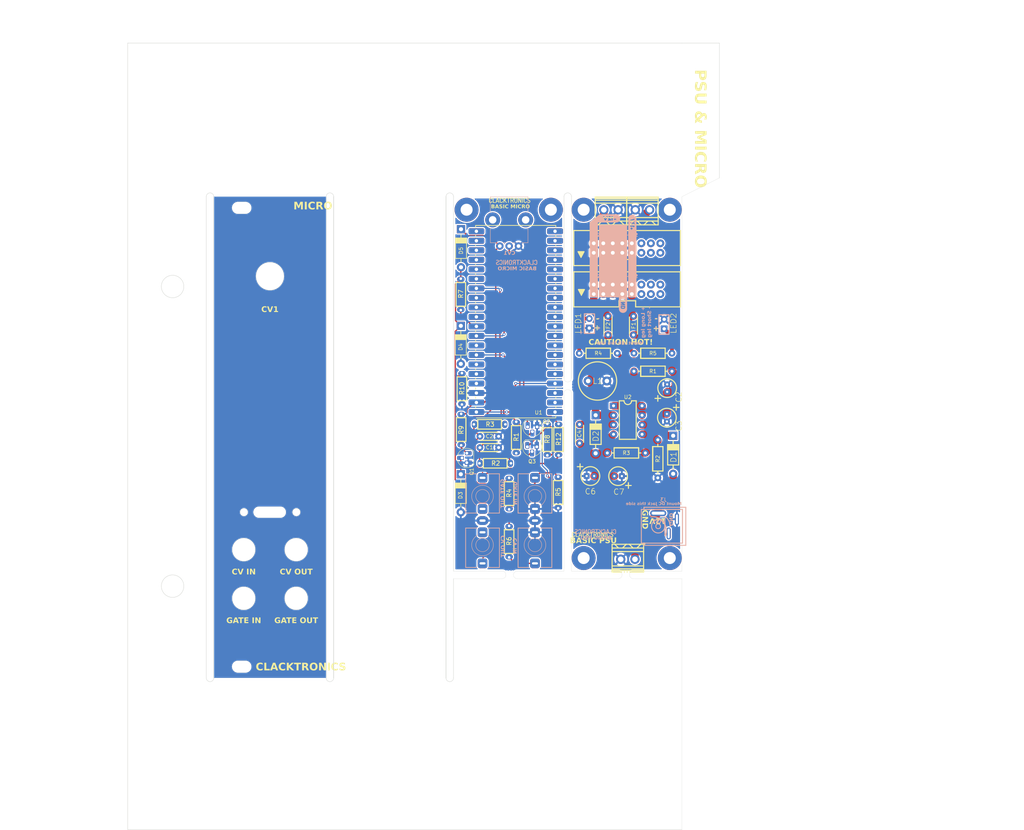
<source format=kicad_pcb>
(kicad_pcb (version 20221018) (generator pcbnew)
  (layers (0 "F.Cu" signal) (31 "B.Cu" signal) (34 "B.Paste" user) (35 "F.Paste" user) (36 "B.SilkS" user "B.Silkscreen") (37 "F.SilkS" user "F.Silkscreen") (38 "B.Mask" user) (39 "F.Mask" user) (44 "Edge.Cuts" user))
  (net 0 "")
  (net 1 "VCC")
  (net 2 "GND")
  (net 3 "Net-(U2-TC)")
  (net 4 "Net-(D2-A)")
  (net 5 "Net-(D1-A)")
  (net 6 "Net-(D2-K)")
  (net 7 "-12V")
  (net 8 "+12V")
  (net 22 "Net-(U2-DC)")
  (net 23 "Net-(U2-Vfb)")
  (net 24 "Net-(LED1-A)")
  (net 25 "Net-(LED2-K)")
  (net 26 "Net-(C1-Pad1)")
  (net 27 "Net-(Q3-B)")
  (net 28 "Net-(D3-K)")
  (net 29 "Net-(D4-K)")
  (net 30 "+3.3V")
  (net 31 "Net-(U1A-GP28)")
  (net 32 "Net-(U1A-GP27)")
  (net 33 "Net-(U1A-GP26)")
  (net 34 "Net-(J2-PadT)")
  (net 36 "Net-(J4-PadT)")
  (net 37 "/SDA")
  (net 38 "/SCL")
  (net 39 "Net-(Q3-C)")
  (net 41 "Net-(J7-PadT)")
  (net 42 "Net-(Q1-C)")
  (net 43 "Net-(Q2-B)")
  (net 44 "+5V")
  (net 45 "Net-(U1A-GP21)")
  (footprint "Package_TO_SOT_THT:TO-92_HandSolder" (layer "F.Cu") (at 243.25 150.8 180)
    (fp_text reference "Q3")
    (fp_text value "2N3904")
  )
  (footprint "MountingHole:MountingHole_3.2mm_M3_Pad" (layer "F.Cu") (at 255.75 87.5)
    (fp_text reference "REF**" hide)
    (fp_text value "MountingHole_3.2mm_M3_Pad" hide)
  )
  (footprint "Clacktronics:R_Axial_DIN0204_L3.6mm_D1.6mm_P7.62mm_Horizontal" (layer "F.Cu") (at 237.75 152.5 90)
    (fp_text reference "R1")
    (fp_text value "1k")
  )
  (footprint "DevBoards:RPI_Pico_through_hole" (layer "F.Cu") (at 248.11 141.51 180)
    (fp_text reference "U1")
    (fp_text value "Raspberry_Pi_Pico")
  )
  (footprint "Clacktronics:D_TH_DO-41_P10.16mm" (layer "F.Cu") (at 258.95 142.365 -90)
    (fp_text reference "D2")
    (fp_text value "1N5819 ")
  )
  (footprint "Clacktronics:Eurorack-IDC-Header" (layer "F.Cu") (at 258.45 110.025 90)
    (fp_text reference "J17" hide)
    (fp_text value "EURORACK_16_PIN")
  )
  (footprint "Clacktronics:C_TH_Elec_5mm_P2mm" (layer "F.Cu") (at 257.55 158.6)
    (fp_text reference "C6")
    (fp_text value "100μF")
  )
  (footprint "Clacktronics:C_TH_Elec_5mm_P2mm" (layer "F.Cu") (at 278.05 135.125 90)
    (fp_text reference "C2")
    (fp_text value "100μF")
  )
  (footprint "Clacktronics:D_TH_DO-41_P10.16mm" (layer "F.Cu") (at 279.65 147.845 -90)
    (fp_text reference "D1")
    (fp_text value "1N5819 ")
  )
  (footprint "Clacktronics:C_TH_Disc_P5.00mm" (layer "F.Cu") (at 228.05 148)
    (fp_text reference "C2")
    (fp_text value "C")
  )
  (footprint "Panelization:mouse-bite-2mm-slot" (layer "F.Cu") (at 267 185)
    (fp_text reference "mouse-bite-2mm-slot" hide)
    (fp_text value "VAL**" hide)
  )
  (footprint "Package_TO_SOT_THT:TO-92_HandSolder" (layer "F.Cu") (at 224.55 155.04 90)
    (fp_text reference "Q1")
    (fp_text value "2N3904")
  )
  (footprint "Clacktronics:CONN-TH_2P-P3.81_DB125-3.81-2P-BK-S" (layer "F.Cu") (at 263.044996 87.825)
    (fp_text reference "J21" hide)
    (fp_text value "Screw_Terminal_01x02")
  )
  (footprint "Clacktronics:R_Axial_DIN0204_L3.6mm_D1.6mm_P7.62mm_Horizontal" (layer "F.Cu") (at 248.95 167.1785 90)
    (fp_text reference "R5")
    (fp_text value "100k")
  )
  (footprint "Clacktronics:C_TH_Elec_5mm_P2mm" (layer "F.Cu") (at 277.975 143.025 -90)
    (fp_text reference "C3")
    (fp_text value "100μF")
  )
  (footprint "Clacktronics:CONN-TH_2P-P3.81_DB125-3.81-2P-BK-S" (layer "F.Cu") (at 271.444996 87.825)
    (fp_text reference "J4" hide)
    (fp_text value "Screw_Terminal_01x02")
  )
  (footprint "Clacktronics:clacktronics_logo_11mm" (layer "F.Cu") (at 236 85)
    (fp_text reference "G***" hide)
    (fp_text value "LOGO" hide)
  )
  (footprint "Panelization:mouse-bite-2mm-slot" (layer "F.Cu") (at 251.5 134.5 90)
    (fp_text reference "mouse-bite-2mm-slot" hide)
    (fp_text value "VAL**" hide)
  )
  (footprint "Clacktronics:R_Axial_DIN0204_L3.6mm_D1.6mm_P7.62mm_Horizontal" (layer "F.Cu") (at 249.05 153.06 90)
    (fp_text reference "R12")
    (fp_text value "1k")
  )
  (footprint "Clacktronics:R_TH_Axial_250mw_P10.16mm_Horizontal" (layer "F.Cu") (at 279.33 130.625 180)
    (fp_text reference "R1")
    (fp_text value "1Ω")
  )
  (footprint "Clacktronics:R_TH_Axial_250mw_P10.16mm_Horizontal" (layer "F.Cu") (at 262.07 152.445)
    (fp_text reference "R3")
    (fp_text value "1.5kΩ")
  )
  (footprint "Clacktronics:D_TH_DO-41_P10.16mm" (layer "F.Cu") (at 223 92.7 -90)
    (fp_text reference "D5")
    (fp_text value "1N5819WS")
  )
  (footprint "Clacktronics:Eurorack-IDC-Header" (layer "F.Cu") (at 258.45 99 90)
    (fp_text reference "J2" hide)
    (fp_text value "EURORACK_16_PIN")
  )
  (footprint "MountingHole:MountingHole_3.2mm_M3_Pad" (layer "F.Cu") (at 278.75 87.5)
    (fp_text reference "REF**" hide)
    (fp_text value "MountingHole_3.2mm_M3_Pad" hide)
  )
  (footprint "Inductor_THT:L_Radial_D10.0mm_P5.00mm_Neosid_SD12_style3" (layer "F.Cu") (at 256.95 133.225)
    (fp_text reference "L1")
    (fp_text value "220μH")
  )
  (footprint "Clacktronics:R_Axial_DIN0204_L3.6mm_D1.6mm_P7.62mm_Horizontal" (layer "F.Cu") (at 235.85 167.4785 90)
    (fp_text reference "R4")
    (fp_text value "100k")
  )
  (footprint "Clacktronics:C_TH_Elec_5mm_P2mm" (layer "F.Cu") (at 264.95 158.625 180)
    (fp_text reference "C7")
    (fp_text value "100μF")
  )
  (footprint "Clacktronics:R_Axial_DIN0204_L3.6mm_D1.6mm_P7.62mm_Horizontal" (layer "F.Cu") (at 222.95 114.3 90)
    (fp_text reference "R7")
    (fp_text value "1k")
  )
  (footprint "Clacktronics:CONN-TH_2P-P3.81_DB125-3.81-2P-BK-S" (layer "F.Cu") (at 267.55 180.525 180)
    (fp_text reference "J1" hide)
    (fp_text value "Screw_Terminal_01x02")
  )
  (footprint "MountingHole:MountingHole_3.2mm_M3_Pad" (layer "F.Cu") (at 224.5 87.5)
    (fp_text reference "REF**" hide)
    (fp_text value "MountingHole_3.2mm_M3_Pad" hide)
  )
  (footprint "Clacktronics:R_TH_Axial_250mw_P10.16mm_Horizontal" (layer "F.Cu") (at 275.55 159.08 90)
    (fp_text reference "R2")
    (fp_text value "13kΩ")
  )
  (footprint "Clacktronics:D_TH_DO-41_P10.16mm" (layer "F.Cu") (at 222.95 118.5 -90)
    (fp_text reference "D4")
    (fp_text value "1N5819WS")
  )
  (footprint "Clacktronics:clacktronics_logo_11mm" (layer "F.Cu") (at 258.15 174.2)
    (fp_text reference "G***" hide)
    (fp_text value "LOGO" hide)
  )
  (footprint "Clacktronics:C_TH_Disc_P5.00mm" (layer "F.Cu") (at 262.25 120.925 90)
    (fp_text reference "F2")
    (fp_text value "JK60-030")
  )
  (footprint "Clacktronics:R_TH_Axial_250mw_P10.16mm_Horizontal" (layer "F.Cu") (at 254.57 125.825)
    (fp_text reference "R4")
    (fp_text value "1.5kΩ")
  )
  (footprint "Package_TO_SOT_THT:TO-92_HandSolder" (layer "F.Cu") (at 243.32 145.48 180)
    (fp_text reference "Q2")
    (fp_text value "2N3904")
  )
  (footprint "Clacktronics:LED_D3.0mm" (layer "F.Cu") (at 257.25 117.825 90)
    (fp_text reference "LED1")
    (fp_text value "LED")
  )
  (footprint "Clacktronics:R_Axial_DIN0204_L3.6mm_D1.6mm_P7.62mm_Horizontal" (layer "F.Cu") (at 223.25 139.5 90)
    (fp_text reference "R10")
    (fp_text value "100k")
  )
  (footprint "Clacktronics:DIP-8_W7.62mm_LongPads" (layer "F.Cu") (at 263.725 139.845)
    (fp_text reference "U2")
    (fp_text value "MC34063AD")
  )
  (footprint "Panelization:mouse-bite-2mm-slot" (layer "F.Cu") (at 236 185)
    (fp_text reference "mouse-bite-2mm-slot" hide)
    (fp_text value "VAL**" hide)
  )
  (footprint "MountingHole:MountingHole_3.2mm_M3_Pad" (layer "F.Cu") (at 278.75 180.5)
    (fp_text reference "REF**" hide)
    (fp_text value "MountingHole_3.2mm_M3_Pad" hide)
  )
  (footprint "Clacktronics:R_TH_Axial_250mw_P10.16mm_Horizontal" (layer "F.Cu") (at 279.33 125.825 180)
    (fp_text reference "R5")
    (fp_text value "1.5kΩ")
  )
  (footprint "Clacktronics:R_Axial_DIN0204_L3.6mm_D1.6mm_P7.62mm_Horizontal" (layer "F.Cu") (at 246.05 153.06 90)
    (fp_text reference "R8")
    (fp_text value "1k")
  )
  (footprint "Clacktronics:C_TH_Disc_P5.00mm" (layer "F.Cu") (at 228.05 151)
    (fp_text reference "C1")
    (fp_text value "C")
  )
  (footprint "Clacktronics:LED_D3.0mm" (layer "F.Cu") (at 277.25 118.025 90)
    (fp_text reference "LED2")
    (fp_text value "LED")
  )
  (footprint "Clacktronics:R_Axial_DIN0204_L3.6mm_D1.6mm_P7.62mm_Horizontal" (layer "F.Cu") (at 223.05 142 -90)
    (fp_text reference "R9")
    (fp_text value "1k")
  )
  (footprint "Clacktronics:C_TH_Disc_P5.00mm" (layer "F.Cu") (at 254.65 144.825 -90)
    (fp_text reference "C4")
    (fp_text value "220pF")
  )
  (footprint "MountingHole:MountingHole_3.2mm_M3_Pad" (layer "F.Cu") (at 247 87.5)
    (fp_text reference "REF**" hide)
    (fp_text value "MountingHole_3.2mm_M3_Pad" hide)
  )
  (footprint "MountingHole:MountingHole_3.2mm_M3_Pad" (layer "F.Cu") (at 255.75 180.5)
    (fp_text reference "REF**" hide)
    (fp_text value "MountingHole_3.2mm_M3_Pad" hide)
  )
  (footprint "Clacktronics:R_Axial_DIN0204_L3.6mm_D1.6mm_P7.62mm_Horizontal" (layer "F.Cu") (at 227.95 155.2)
    (fp_text reference "R2")
    (fp_text value "1k")
  )
  (footprint "Clacktronics:R_Axial_DIN0204_L3.6mm_D1.6mm_P7.62mm_Horizontal" (layer "F.Cu") (at 226.45 144.8)
    (fp_text reference "R3")
    (fp_text value "1k")
  )
  (footprint "Clacktronics:D_TH_DO-41_P10.16mm" (layer "F.Cu") (at 222.95 158.12 -90)
    (fp_text reference "D3")
    (fp_text value "1N5819WS")
  )
  (footprint "Clacktronics:R_Axial_DIN0204_L3.6mm_D1.6mm_P7.62mm_Horizontal" (layer "F.Cu") (at 235.85 180.3 90)
    (fp_text reference "R6")
    (fp_text value "220k")
  )
  (footprint "Clacktronics:C_TH_Disc_P5.00mm" (layer "F.Cu") (at 269.05 120.925 90)
    (fp_text reference "F1")
    (fp_text value "JK60-030")
  )
  (footprint "AudioJacks:Jack_3.5mm_QingPu_WQP-PJ398SM_Vertical" (layer "B.Cu") (at 228.75 164 180)
    (fp_text reference "J2" hide)
    (fp_text value "GATE_OUT")
  )
  (footprint "Clacktronics:horsecrab" (layer "B.Cu") (at 263.82 131.59 180)
    (fp_text reference "G***" hide)
    (fp_text value "LOGO" hide)
  )
  (footprint "Clacktronics:clacktronics_logo_11mm" (layer "B.Cu") (at 237.85 101.55 180)
    (fp_text reference "G***" hide)
    (fp_text value "LOGO" hide)
  )
  (footprint "Clacktronics:POT_TH_Alps_RK09K_Single_Vertical" (layer "B.Cu") (at 235.86 89.7 180)
    (fp_text reference "RV1" hide)
    (fp_text value "10k")
  )
  (footprint "AudioJacks:Jack_3.5mm_QingPu_WQP-PJ398SM_Vertical" (layer "B.Cu") (at 242.75 164 180)
    (fp_text reference "J7" hide)
    (fp_text value "GATE_IN")
  )
  (footprint "AudioJacks:Jack_3.5mm_QingPu_WQP-PJ398SM_Vertical" (layer "B.Cu") (at 242.75 177)
    (fp_text reference "J4" hide)
    (fp_text value "CV_IN")
  )
  (footprint "AudioJacks:Jack_3.5mm_QingPu_WQP-PJ398SM_Vertical" (layer "B.Cu") (at 228.75 177)
    (fp_text reference "J5" hide)
    (fp_text value "CV_OUT")
  )
  (footprint "Clacktronics:DC-IN-TH_DC-012A-20A" (layer "B.Cu") (at 277.083833 172.024924 180)
    (fp_text reference "J3")
    (fp_text value "12V input")
  )
  (footprint "kibuzzard-63C13629" (layer "B.Cu") (at 268.75 91.1 90)
    (fp_text reference "kibuzzard-63C13629" hide)
    (fp_text value "G***" hide)
  )
  (footprint "kibuzzard-6399AAFB" (layer "B.Cu") (at 263.15 89.8 180)
    (fp_text reference "kibuzzard-6399AAFB" hide)
    (fp_text value "G***" hide)
  )
  (footprint "Clacktronics:clacktronics_logo_11mm" (layer "B.Cu") (at 258.9 173.45 180)
    (fp_text reference "G***" hide)
    (fp_text value "LOGO" hide)
  )
  (footprint "kibuzzard-63C1369E" (layer "B.Cu") (at 266.25 112.9 -90)
    (fp_text reference "kibuzzard-63C1369E" hide)
    (fp_text value "G***" hide)
  )
  (gr_rect (start 259.85 91.5) (end 267.35 110.9) (fill solid) (layer "B.SilkS"))
  (gr_rect (start 275.85 115.55) (end 278.55 120.75) (stroke (width 0.3)) (fill none) (layer "B.SilkS"))
  (gr_rect (start 257.35 91.5) (end 259.55 110.9) (fill solid) (layer "B.SilkS"))
  (gr_rect (start 255.95 115.3) (end 258.65 120.5) (stroke (width 0.3)) (fill none) (layer "B.SilkS"))
  (gr_poly (pts (xy 260.85 90.9) (xy 259.55 90.9) (xy 259.55 91.8) (xy 257.35 91.8) (xy 257.35 90.8) (xy 260.05 88.7) (xy 260.85 88.7)) (fill solid) (layer "B.SilkS"))
  (gr_rect (start 267.65 93.3) (end 269.85 110.9) (fill solid) (layer "B.SilkS"))
  (gr_poly (pts (xy 255.05 100.2) (xy 254.25 98.7) (xy 255.85 98.7)) (stroke (width 0.3)) (fill solid) (layer "F.SilkS"))
  (gr_poly (pts (xy 255.15 110.3) (xy 254.35 108.8) (xy 255.95 108.8)) (stroke (width 0.3)) (fill solid) (layer "F.SilkS"))
  (gr_circle (center 172 105.25) (end 175.75 105.25) (stroke (width 0.1)) (fill none) (layer "Edge.Cuts"))
  (gr_line (start 250.5 136.5) (end 250.5 184) (stroke (width 0.05)) (layer "Edge.Cuts"))
  (gr_line (start 219 84) (end 219 212.5) (stroke (width 0.15)) (layer "Edge.Cuts"))
  (gr_arc (start 250.5 136.5) (mid 251.5 135.5) (end 252.5 136.5) (stroke (width 0.05)) (layer "Edge.Cuts"))
  (gr_line (start 282 43) (end 292 43) (stroke (width 0.1)) (layer "Edge.Cuts"))
  (gr_arc (start 221 212.5) (mid 220 213.5) (end 219 212.5) (stroke (width 0.1)) (layer "Edge.Cuts"))
  (gr_line (start 221 186) (end 221 212.5) (stroke (width 0.1)) (layer "Edge.Cuts"))
  (gr_arc (start 238 186) (mid 237 185) (end 238 184) (stroke (width 0.05)) (layer "Edge.Cuts"))
  (gr_line (start 169.07 166.75) (end 174.77 166.75) (stroke (width 0.05)) (layer "Edge.Cuts"))
  (gr_circle (center 165.05 168.25) (end 166.1 168.25) (stroke (width 0.1)) (fill none) (layer "Edge.Cuts"))
  (gr_arc (start 250.5 84) (mid 251.5 83) (end 252.5 84) (stroke (width 0.1)) (layer "Edge.Cuts"))
  (gr_arc (start 265 184) (mid 266 185) (end 265 186) (stroke (width 0.05)) (layer "Edge.Cuts"))
  (gr_circle (center 146 108) (end 149 108) (stroke (width 0.1)) (fill none) (layer "Edge.Cuts"))
  (gr_arc (start 157 212.5) (mid 156 213.5) (end 155 212.5) (stroke (width 0.1)) (layer "Edge.Cuts"))
  (gr_line (start 269 184) (end 282 184) (stroke (width 0.05)) (layer "Edge.Cuts"))
  (gr_arc (start 252.5 132.5) (mid 251.5 133.5) (end 250.5 132.5) (stroke (width 0.05)) (layer "Edge.Cuts"))
  (gr_arc (start 163.45 88.6) (mid 161.85 87) (end 163.45 85.4) (stroke (width 0.05)) (layer "Edge.Cuts"))
  (gr_line (start 282 84) (end 292 79) (stroke (width 0.05)) (layer "Edge.Cuts"))
  (gr_line (start 134 43) (end 134 253) (stroke (width 0.1)) (layer "Edge.Cuts"))
  (gr_arc (start 189 212.5) (mid 188 213.5) (end 187 212.5) (stroke (width 0.1)) (layer "Edge.Cuts"))
  (gr_arc (start 234 184) (mid 235 185) (end 234 186) (stroke (width 0.05)) (layer "Edge.Cuts"))
  (gr_line (start 234 186) (end 221 186) (stroke (width 0.05)) (layer "Edge.Cuts"))
  (gr_circle (center 165 178.25) (end 168.1 178.25) (stroke (width 0.1)) (fill none) (layer "Edge.Cuts"))
  (gr_circle (center 146 188) (end 149 188) (stroke (width 0.1)) (fill none) (layer "Edge.Cuts"))
  (gr_line (start 165.45 85.4) (end 163.45 85.4) (stroke (width 0.05)) (layer "Edge.Cuts"))
  (gr_line (start 155 212.5) (end 155 84) (stroke (width 0.1)) (layer "Edge.Cuts"))
  (gr_line (start 163.45 88.6) (end 165.45 88.6) (stroke (width 0.05)) (layer "Edge.Cuts"))
  (gr_line (start 252.5 84) (end 252.5 132.5) (stroke (width 0.1)) (layer "Edge.Cuts"))
  (gr_line (start 282 186) (end 282 253) (stroke (width 0.05)) (layer "Edge.Cuts"))
  (gr_arc (start 174.77 166.75) (mid 176.27 168.25) (end 174.77 169.75) (stroke (width 0.05)) (layer "Edge.Cuts"))
  (gr_arc (start 165.45 85.4) (mid 167.05 87) (end 165.45 88.6) (stroke (width 0.05)) (layer "Edge.Cuts"))
  (gr_circle (center 179 191.25) (end 182.1 191.25) (stroke (width 0.1)) (fill none) (layer "Edge.Cuts"))
  (gr_line (start 157 212.5) (end 157 84) (stroke (width 0.15)) (layer "Edge.Cuts"))
  (gr_circle (center 179 178.25) (end 182.1 178.25) (stroke (width 0.1)) (fill none) (layer "Edge.Cuts"))
  (gr_circle (center 179.05 168.25) (end 180.1 168.25) (stroke (width 0.1)) (fill none) (layer "Edge.Cuts"))
  (gr_line (start 238 186) (end 265 186) (stroke (width 0.05)) (layer "Edge.Cuts"))
  (gr_line (start 250.5 84) (end 250.5 132.5) (stroke (width 0.1)) (layer "Edge.Cuts"))
  (gr_line (start 189 212.5) (end 189 84) (stroke (width 0.15)) (layer "Edge.Cuts"))
  (gr_line (start 169.07 169.75) (end 174.77 169.75) (stroke (width 0.05)) (layer "Edge.Cuts"))
  (gr_line (start 282 184) (end 282 84) (stroke (width 0.05)) (layer "Edge.Cuts"))
  (gr_line (start 238 184) (end 250.5 184) (stroke (width 0.05)) (layer "Edge.Cuts"))
  (gr_arc (start 165.45 207.9) (mid 167.05 209.5) (end 165.45 211.1) (stroke (width 0.05)) (layer "Edge.Cuts"))
  (gr_arc (start 219 84) (mid 220 83) (end 221 84) (stroke (width 0.1)) (layer "Edge.Cuts"))
  (gr_arc (start 269 186) (mid 268 185) (end 269 184) (stroke (width 0.05)) (layer "Edge.Cuts"))
  (gr_line (start 187 212.5) (end 187 84) (stroke (width 0.1)) (layer "Edge.Cuts"))
  (gr_line (start 163.45 211.1) (end 165.45 211.1) (stroke (width 0.05)) (layer "Edge.Cuts"))
  (gr_line (start 292 43) (end 292 79) (stroke (width 0.1)) (layer "Edge.Cuts"))
  (gr_arc (start 187 84) (mid 188 83) (end 189 84) (stroke (width 0.1)) (layer "Edge.Cuts"))
  (gr_line (start 282 186) (end 269 186) (stroke (width 0.05)) (layer "Edge.Cuts"))
  (gr_line (start 134 253) (end 282 253) (stroke (width 0.1)) (layer "Edge.Cuts"))
  (gr_circle (center 165 191.25) (end 168.1 191.25) (stroke (width 0.1)) (fill none) (layer "Edge.Cuts"))
  (gr_line (start 252.5 136.5) (end 252.5 184) (stroke (width 0.05)) (layer "Edge.Cuts"))
  (gr_line (start 221 84) (end 221 184) (stroke (width 0.1)) (layer "Edge.Cuts"))
  (gr_arc (start 155 84) (mid 156 83) (end 157 84) (stroke (width 0.1)) (layer "Edge.Cuts"))
  (gr_line (start 265 184) (end 252.5 184) (stroke (width 0.05)) (layer "Edge.Cuts"))
  (gr_line (start 165.45 207.9) (end 163.45 207.9) (stroke (width 0.05)) (layer "Edge.Cuts"))
  (gr_line (start 282 43) (end 134 43) (stroke (width 0.1)) (layer "Edge.Cuts"))
  (gr_arc (start 163.45 211.1) (mid 161.85 209.5) (end 163.45 207.9) (stroke (width 0.05)) (layer "Edge.Cuts"))
  (gr_line (start 221 184) (end 234 184) (stroke (width 0.05)) (layer "Edge.Cuts"))
  (gr_arc (start 169.07 169.75) (mid 167.57 168.25) (end 169.07 166.75) (stroke (width 0.05)) (layer "Edge.Cuts"))
  (gr_text "Mount LED this side" (at 265.45 123.125) (layer "B.SilkS") (effects (font (size 0.8 0.8) (thickness 0.2)) (justify mirror)))
  (gr_text "CV1" (at 235.95 99.1) (layer "B.SilkS") (effects (font (size 1 1) (thickness 0.2) bold) (justify mirror)))
  (gr_text "GATE IN" (at 237.55 163.2 90) (layer "B.SilkS") (effects (font (size 1 1) (thickness 0.2) bold) (justify mirror)))
  (gr_text "CV OUT" (at 234.25 177.4 90) (layer "B.SilkS") (effects (font (size 1 1) (thickness 0.2) bold) (justify mirror)))
  (gr_text "+" (at 259.75 119.1) (layer "B.SilkS") (effects (font (size 1 1) (thickness 0.25) bold) (justify mirror)))
  (gr_text "+" (at 275 119.1) (layer "B.SilkS") (effects (font (size 1 1) (thickness 0.25) bold) (justify mirror)))
  (gr_text "GND" (at 279.05 170.2 -90) (layer "B.SilkS") (effects (font (size 1 1) (thickness 0.2)) (justify mirror)))
  (gr_text "+ Long leg\n- Short leg" (at 272.5 117.5 90) (layer "B.SilkS") (effects (font (size 1 1) (thickness 0.25) bold) (justify mirror)))
  (gr_text "-" (at 255.15 117.6) (layer "B.SilkS") (effects (font (size 1 1))))
  (gr_text "-" (at 259.75 116.5) (layer "B.SilkS") (effects (font (size 1 1) (thickness 0.25) bold)))
  (gr_text "BASIC MICRO" (at 238 103.25) (layer "B.SilkS") (effects (font (size 1 1) (thickness 0.2) bold) (justify mirror)))
  (gr_text "+" (at 255.05 120.3) (layer "B.SilkS") (effects (font (size 1 1)) (justify mirror)))
  (gr_text "Mount DC Jack this side" (at 274.45 166.025) (layer "B.SilkS") (effects (font (size 0.8 0.8) (thickness 0.2)) (justify mirror)))
  (gr_text "15V" (at 275.55 170.55 180) (layer "B.SilkS") (effects (font (size 1 1) (thickness 0.2)) (justify mirror)))
  (gr_text "GATE OUT" (at 234.15 163.3 90) (layer "B.SilkS") (effects (font (size 1 1) (thickness 0.2) bold) (justify mirror)))
  (gr_text "CV IN" (at 237.45 177.3 90) (layer "B.SilkS") (effects (font (size 1 1) (thickness 0.2) bold) (justify mirror)))
  (gr_text "BASIC PSU" (at 259.05 175.15) (layer "B.SilkS") (effects (font (size 1 1) (thickness 0.2) bold) (justify mirror)))
  (gr_text "-" (at 275 116.5) (layer "B.SilkS") (effects (font (size 1 1) (thickness 0.25) bold)))
  (gr_text "PSU & MICRO" (at 285 50 270) (layer "F.SilkS") (effects (font (size 3 3) (thickness 0.2) bold) (justify left bottom)))
  (gr_text "BASIC MICRO" (at 236.2 86.7) (layer "F.SilkS") (effects (font (size 1 1) (thickness 0.2) bold)))
  (gr_text "MICRO" (at 178.25 87.75) (layer "F.SilkS") (effects (font (size 2 2)) (justify left bottom)))
  (gr_text "CV IN" (at 165 184.25) (layer "F.SilkS") (effects (font (size 1.5 1.5))))
  (gr_text "GATE OUT" (at 179 197.25) (layer "F.SilkS") (effects (font (size 1.5 1.5))))
  (gr_text "CAUTION HOT!" (at 265.65 122.925) (layer "F.SilkS") (effects (font (size 1.5 1.5))))
  (gr_text "CV OUT" (at 179 184.25) (layer "F.SilkS") (effects (font (size 1.5 1.5))))
  (gr_text "12V" (at 275.55 170.5 180) (layer "F.SilkS") (effects (font (size 1.5 1.5) (thickness 0.2))))
  (gr_text "+" (at 275.1 119.275) (layer "F.SilkS") (effects (font (size 1.5 1.5))))
  (gr_text "GND" (at 272.05 170.2 -90) (layer "F.SilkS") (effects (font (size 1.5 1.5) (thickness 0.2))))
  (gr_text "CV1" (at 171.99 114.19) (layer "F.SilkS") (effects (font (size 1.5 1.5))))
  (gr_text "CLACKTRONICS" (at 168.18 210.83) (layer "F.SilkS") (effects (font (size 2 2) (thickness 0.2) bold) (justify left bottom)))
  (gr_text "GATE IN" (at 165 197.25) (layer "F.SilkS") (effects (font (size 1.5 1.5))))
  (gr_text "BASIC PSU" (at 258.35 175.9) (layer "F.SilkS") (effects (font (size 1.5 1.5) (thickness 0.2) bold)))
  (gr_text "+" (at 259.35 119.075) (layer "F.SilkS") (effects (font (size 1.5 1.5))))
  (gr_text "-" (at 275.1 116.575) (layer "F.SilkS") (effects (font (size 1.5 1.5))))
  (gr_text "-" (at 259.45 116.625) (layer "F.SilkS") (effects (font (size 1.5 1.5))))
  (segment (start 277.975 136.2) (end 278.05 136.125) (width 2) (layer "F.Cu") (net 1))
  (segment (start 279.33 129.255) (end 271 120.925) (width 2) (layer "F.Cu") (net 1))
  (segment (start 275.033427 141.925) (end 275.133427 142.025) (width 2) (layer "F.Cu") (net 1))
  (segment (start 280.23 131.525) (end 279.33 130.625) (width 2) (layer "F.Cu") (net 1))
  (segment (start 275.033427 141.925) (end 275.033427 144.808427) (width 2) (layer "F.Cu") (net 1))
  (segment (start 279.33 130.625) (end 279.33 129.255) (width 2) (layer "F.Cu") (net 1))
  (segment (start 271.345 144.925) (end 272.033427 144.925) (width 2) (layer "F.Cu") (net 1))
  (segment (start 278.05 136.125) (end 278.878428 136.125) (width 2) (layer "F.Cu") (net 1))
  (segment (start 271 120.925) (end 269.05 120.925) (width 2) (layer "F.Cu") (net 1))
  (segment (start 278.878428 136.125) (end 280.23 134.773428) (width 2) (layer "F.Cu") (net 1))
  (segment (start 275.133427 142.025) (end 277.975 142.025) (width 2) (layer "F.Cu") (net 1))
  (segment (start 280.23 134.773428) (end 280.23 131.525) (width 2) (layer "F.Cu") (net 1))
  (segment (start 278.07 147.845) (end 275.15 144.925) (width 2) (layer "F.Cu") (net 1))
  (segment (start 275.033427 144.808427) (end 275.15 144.925) (width 2) (layer "F.Cu") (net 1))
  (segment (start 279.65 147.845) (end 278.07 147.845) (width 2) (layer "F.Cu") (net 1))
  (segment (start 275.15 144.925) (end 271.345 144.925) (width 2) (layer "F.Cu") (net 1))
  (segment (start 277.975 142.025) (end 277.975 136.2) (width 2) (layer "F.Cu") (net 1))
  (segment (start 260.99 110.025) (end 260.99 96.46) (width 2) (layer "F.Cu") (net 2))
  (segment (start 263.53 110.025) (end 263.53 96.46) (width 2) (layer "F.Cu") (net 2))
  (segment (start 266.07 110.025) (end 266.07 96.46) (width 2) (layer "F.Cu") (net 2))
  (segment (start 254.65 144.825) (end 263.625 144.825) (width 2) (layer "F.Cu") (net 3))
  (segment (start 263.625 144.825) (end 263.725 144.925) (width 2) (layer "F.Cu") (net 3))
  (segment (start 262.07 149.12) (end 263.725 147.465) (width 2) (layer "F.Cu") (net 4))
  (segment (start 258.95 152.525) (end 258.95 158.2) (width 2) (layer "F.Cu") (net 4))
  (segment (start 257.35 152.525) (end 254.65 149.825) (width 2) (layer "F.Cu") (net 4))
  (segment (start 258.95 152.525) (end 261.99 152.525) (width 2) (layer "F.Cu") (net 4))
  (segment (start 261.99 152.525) (end 262.07 152.445) (width 2) (layer "F.Cu") (net 4))
  (segment (start 263.925 158.6) (end 263.95 158.625) (width 2) (layer "F.Cu") (net 4))
  (segment (start 258.55 158.6) (end 263.925 158.6) (width 2) (layer "F.Cu") (net 4))
  (segment (start 258.95 152.525) (end 257.35 152.525) (width 2) (layer "F.Cu") (net 4))
  (segment (start 258.95 158.2) (end 258.55 158.6) (width 2) (layer "F.Cu") (net 4))
  (segment (start 262.07 152.445) (end 262.07 149.12) (width 2) (layer "F.Cu") (net 4))
  (segment (start 269.455004 174.721063) (end 275.65127 168.524797) (width 2) (layer "F.Cu") (net 5))
  (segment (start 275.65127 168.524797) (end 275.65127 164.92373) (width 2) (layer "F.Cu") (net 5))
  (segment (start 279.65 160.925) (end 279.65 158.005) (width 2) (layer "F.Cu") (net 5))
  (segment (start 269.455004 180.825) (end 269.455004 174.721063) (width 2) (layer "F.Cu") (net 5))
  (segment (start 275.65127 164.92373) (end 279.65 160.925) (width 2) (layer "F.Cu") (net 5))
  (segment (start 263.705 142.365) (end 263.725 142.385) (width 2) (layer "F.Cu") (net 6))
  (segment (start 262.25 127.925) (end 256.95 133.225) (width 2) (layer "F.Cu") (net 6))
  (segment (start 258.95 142.365) (end 263.705 142.365) (width 2) (layer "F.Cu") (net 6))
  (segment (start 258.95 142.365) (end 258.95 135.225) (width 2) (layer "F.Cu") (net 6))
  (segment (start 262.25 120.925) (end 262.25 127.925) (width 2) (layer "F.Cu") (net 6))
  (segment (start 258.95 135.225) (end 256.95 133.225) (width 2) (layer "F.Cu") (net 6))
  (segment (start 258.45 112.125) (end 258.45 110.025) (width 2) (layer "F.Cu") (net 7))
  (segment (start 266.15 119.825) (end 262.25 115.925) (width 1) (layer "F.Cu") (net 7))
  (segment (start 269.17 125.825) (end 266.15 122.805) (width 1) (layer "F.Cu") (net 7))
  (segment (start 258.45 107.485) (end 258.45 110.025) (width 2) (layer "F.Cu") (net 7))
  (segment (start 266.15 122.805) (end 266.15 119.825) (width 1) (layer "F.Cu") (net 7))
  (segment (start 261.139992 90.535008) (end 261.139992 87.525) (width 2) (layer "F.Cu") (net 7))
  (segment (start 262.25 115.925) (end 258.45 112.125) (width 2) (layer "F.Cu") (net 7))
  (segment (start 258.45 96.46) (end 258.45 93.225) (width 2) (layer "F.Cu") (net 7))
  (segment (start 258.485 107.5) (end 258.485 94.96) (width 2) (layer "F.Cu") (net 7))
  (segment (start 258.45 93.225) (end 261.139992 90.535008) (width 2) (layer "F.Cu") (net 7))
  (segment (start 264.73 125.825) (end 266.33 127.425) (width 1) (layer "F.Cu") (net 8))
  (segment (start 271.15 126.925) (end 271.15 125.542258) (width 1) (layer "F.Cu") (net 8))
  (segment (start 266.33 127.425) (end 270.65 127.425) (width 1) (layer "F.Cu") (net 8))
  (segment (start 267.35 117.625) (end 269.05 115.925) (width 1) (layer "F.Cu") (net 8))
  (segment (start 268.645 94.96) (end 268.645 107.5) (width 2) (layer "F.Cu") (net 8))
  (segment (start 267.35 121.742258) (end 267.35 117.625) (width 1) (layer "F.Cu") (net 8))
  (segment (start 268.61 107.485) (end 268.61 110.025) (width 2) (layer "F.Cu") (net 8))
  (segment (start 269.05 115.925) (end 268.61 115.485) (width 2) (layer "F.Cu") (net 8))
  (segment (start 273.35 87.525) (end 268.61 92.265) (width 2) (layer "F.Cu") (net 8))
  (segment (start 268.61 92.265) (end 268.61 96.46) (width 2) (layer "F.Cu") (net 8))
  (segment (start 270.65 127.425) (end 271.15 126.925) (width 1) (layer "F.Cu") (net 8))
  (segment (start 271.15 125.542258) (end 267.35 121.742258) (width 1) (layer "F.Cu") (net 8))
  (segment (start 268.61 115.485) (end 268.61 110.025) (width 2) (layer "F.Cu") (net 8))
  (segment (start 271.345 139.845) (end 271.345 142.385) (width 2) (layer "F.Cu") (net 22))
  (segment (start 269.17 130.625) (end 269.17 139.725) (width 2) (layer "F.Cu") (net 22))
  (segment (start 269.17 139.725) (end 269.05 139.845) (width 2) (layer "F.Cu") (net 22))
  (segment (start 271.345 139.845) (end 269.05 139.845) (width 2) (layer "F.Cu") (net 22))
  (segment (start 269.05 139.845) (end 263.725 139.845) (width 2) (layer "F.Cu") (net 22))
  (segment (start 275.55 149.145) (end 272.25 152.445) (width 2) (layer "F.Cu") (net 23))
  (segment (start 272.25 152.445) (end 270.452 152.445) (width 2) (layer "F.Cu") (net 23))
  (segment (start 273.87 147.465) (end 275.55 149.145) (width 2) (layer "F.Cu") (net 23))
  (segment (start 271.345 147.465) (end 273.87 147.465) (width 2) (layer "F.Cu") (net 23))
  (segment (start 257.25 116.555) (end 255.977208 116.555) (width 1) (layer "F.Cu") (net 24))
  (segment (start 255.977208 116.555) (end 254.57 117.962208) (width 1) (layer "F.Cu") (net 24))
  (segment (start 254.57 117.962208) (end 254.57 125.825) (width 1) (layer "F.Cu") (net 24))
  (segment (start 279.33 121.375) (end 277.25 119.295) (width 1) (layer "F.Cu") (net 25))
  (segment (start 279.33 125.825) (end 279.33 121.375) (width 1) (layer "F.Cu") (net 25))
  (segment (start 234.832 144.8) (end 234.25 144.8) (width 0.33) (layer "F.Cu") (net 26))
  (segment (start 234.25 144.8) (end 228.05 151) (width 0.33) (layer "F.Cu") (net 26))
  (segment (start 227.95 151.1) (end 228.05 151) (width 0.33) (layer "F.Cu") (net 26))
  (segment (start 227.95 155.2) (end 227.95 151.1) (width 0.33) (layer "F.Cu") (net 26))
  (segment (start 226.45 146.4) (end 228.05 148) (width 0.33) (layer "F.Cu") (net 27))
  (segment (start 237.485 156.565) (end 227.658863 156.565) (width 0.33) (layer "F.Cu") (net 27))
  (segment (start 241.98 152.07) (end 237.485 156.565) (width 0.33) (layer "F.Cu") (net 27))
  (segment (start 226.45 144.8) (end 226.45 146.4) (width 0.33) (layer "F.Cu") (net 27))
  (segment (start 227.658863 156.565) (end 226.785 155.691137) (width 0.33) (layer "F.Cu") (net 27))
  (segment (start 226.785 155.691137) (end 226.785 149.265) (width 0.33) (layer "F.Cu") (net 27))
  (segment (start 226.785 149.265) (end 228.05 148) (width 0.33) (layer "F.Cu") (net 27))
  (segment (start 225.054572 158.12) (end 227.679572 160.745) (width 0.33) (layer "F.Cu") (net 28))
  (segment (start 223.28 153.77) (end 222.95 154.1) (width 0.33) (layer "F.Cu") (net 28))
  (segment (start 222.95 154.1) (end 222.95 158.12) (width 0.33) (layer "F.Cu") (net 28))
  (segment (start 227.679572 160.745) (end 234.2015 160.745) (width 0.33) (layer "F.Cu") (net 28))
  (segment (start 222.95 158.12) (end 225.054572 158.12) (width 0.33) (layer "F.Cu") (net 28))
  (segment (start 234.2015 160.745) (end 235.85 159.0965) (width 0.33) (layer "F.Cu") (net 28))
  (segment (start 221.47 119.98) (end 221.47 159.57) (width 0.33) (layer "F.Cu") (net 29))
  (segment (start 222.95 102.91) (end 223 102.86) (width 0.33) (layer "F.Cu") (net 29))
  (segment (start 223.25 131.88) (end 221.6 131.88) (width 0.33) (layer "F.Cu") (net 29))
  (segment (start 222.95 118.5) (end 221.47 119.98) (width 0.33) (layer "F.Cu") (net 29))
  (segment (start 221.47 159.57) (end 227.615 165.715) (width 0.33) (layer "F.Cu") (net 29))
  (segment (start 223 102.86) (end 222.61 103.25) (width 0.33) (layer "F.Cu") (net 29))
  (segment (start 222.95 105.918) (end 222.95 102.91) (width 0.33) (layer "F.Cu") (net 29))
  (segment (start 221.6 131.88) (end 221.47 131.75) (width 0.33) (layer "F.Cu") (net 29))
  (segment (start 235.85 170.134572) (end 235.85 171.918) (width 0.33) (layer "F.Cu") (net 29))
  (segment (start 221.545 107.323) (end 222.95 105.918) (width 0.33) (layer "F.Cu") (net 29))
  (segment (start 221.545 117.095) (end 221.545 107.323) (width 0.33) (layer "F.Cu") (net 29))
  (segment (start 231.430428 165.715) (end 235.85 170.134572) (width 0.33) (layer "F.Cu") (net 29))
  (segment (start 222.95 118.5) (end 221.545 117.095) (width 0.33) (layer "F.Cu") (net 29))
  (segment (start 227.615 165.715) (end 231.430428 165.715) (width 0.33) (layer "F.Cu") (net 29))
  (segment (start 224.645 141.605) (end 224.25 142) (width 0.33) (layer "F.Cu") (net 30))
  (segment (start 224.715 94.415) (end 230.575 94.415) (width 0.33) (layer "F.Cu") (net 30))
  (segment (start 226.468124 138.97) (end 224.645 140.793124) (width 0.33) (layer "F.Cu") (net 30))
  (segment (start 230.575 94.415) (end 233.36 97.2) (width 0.33) (layer "F.Cu") (net 30))
  (segment (start 227.11 138.97) (end 226.468124 138.97) (width 0.33) (layer "F.Cu") (net 30))
  (segment (start 233.36 97.2) (end 232.28 98.28) (width 0.33) (layer "F.Cu") (net 30))
  (segment (start 229.209999 138.97) (end 227.11 138.97) (width 0.33) (layer "F.Cu") (net 30))
  (segment (start 223 92.7) (end 224.715 94.415) (width 0.33) (layer "F.Cu") (net 30))
  (segment (start 224.645 140.793124) (end 224.645 141.605) (width 0.33) (layer "F.Cu") (net 30))
  (segment (start 232.28 98.28) (end 232.28 135.899999) (width 0.33) (layer "F.Cu") (net 30))
  (segment (start 224.25 142) (end 223.05 142) (width 0.33) (layer "F.Cu") (net 30))
  (segment (start 232.28 135.899999) (end 229.209999 138.97) (width 0.33) (layer "F.Cu") (net 30))
  (segment (start 234.394996 140.605004) (end 239.75 135.25) (width 0.33) (layer "F.Cu") (net 31))
  (segment (start 239.75 131.81) (end 234.21 126.27) (width 0.33) (layer "F.Cu") (net 31))
  (segment (start 239.75 135.25) (end 239.75 131.81) (width 0.33) (layer "F.Cu") (net 31))
  (segment (start 234.394996 141.847585) (end 234.394996 140.605004) (width 0.33) (layer "F.Cu") (net 31))
  (segment (start 234.872411 142.325) (end 234.394996 141.847585) (width 0.33) (layer "F.Cu") (net 31))
  (segment (start 236.095 142.325) (end 234.872411 142.325) (width 0.33) (layer "F.Cu") (net 31))
  (segment (start 238.61 144.84) (end 236.095 142.325) (width 0.33) (layer "F.Cu") (net 31))
  (via (at 234.21 126.27) (size 0.8) (drill 0.4) (layers "F.Cu" "B.Cu") (net 31))
  (segment (start 227.11 126.27) (end 234.21 126.27) (width 0.33) (layer "B.Cu") (net 31))
  (segment (start 234.5 103.25) (end 234.5 120.75) (width 0.33) (layer "F.Cu") (net 32))
  (segment (start 235.86 101.89) (end 234.5 103.25) (width 0.33) (layer "F.Cu") (net 32))
  (segment (start 235.86 97.2) (end 235.86 101.89) (width 0.33) (layer "F.Cu") (net 32))
  (via (at 234.5 120.75) (size 0.8) (drill 0.4) (layers "F.Cu" "B.Cu") (net 32))
  (segment (start 234.06 121.19) (end 234.5 120.75) (width 0.33) (layer "B.Cu") (net 32))
  (segment (start 227.11 121.19) (end 234.06 121.19) (width 0.33) (layer "B.Cu") (net 32))
  (segment (start 226.2 118.65) (end 227.11 118.65) (width 0.33) (layer "F.Cu") (net 33))
  (segment (start 222.95 114.3) (end 222.95 115.4) (width 0.33) (layer "F.Cu") (net 33))
  (segment (start 222.95 115.4) (end 226.2 118.65) (width 0.33) (layer "F.Cu") (net 33))
  (segment (start 249.05 153.42) (end 247.22 155.25) (width 0.33) (layer "F.Cu") (net 34))
  (segment (start 241.4 155.25) (end 239.25 157.4) (width 0.33) (layer "F.Cu") (net 34))
  (segment (start 249.05 153.06) (end 249.05 153.42) (width 0.33) (layer "F.Cu") (net 34))
  (segment (start 247.22 155.25) (end 241.4 155.25) (width 0.33) (layer "F.Cu") (net 34))
  (segment (start 228.75 157.69) (end 228.75 159.08) (width 0.33) (layer "F.Cu") (net 34))
  (segment (start 239.25 157.4) (end 230.43 157.4) (width 0.33) (layer "F.Cu") (net 34))
  (segment (start 230.43 157.4) (end 228.75 159.08) (width 0.33) (layer "F.Cu") (net 34))
  (segment (start 235.85 180.3) (end 237.47 181.92) (width 0.33) (layer "F.Cu") (net 36))
  (segment (start 235.85 180.3) (end 236.25 179.9) (width 0.33) (layer "F.Cu") (net 36))
  (segment (start 237.47 181.92) (end 242.75 181.92) (width 0.33) (layer "F.Cu") (net 36))
  (segment (start 246.05 145.46) (end 246.05 144.678) (width 0.33) (layer "F.Cu") (net 39))
  (segment (start 247.01 145.44) (end 246.76635 145.44) (width 0.33) (layer "F.Cu") (net 39))
  (segment (start 246.21 176.35) (end 247.21 175.35) (width 0.33) (layer "F.Cu") (net 39))
  (segment (start 228.86 180.42) (end 232.93 176.35) (width 0.33) (layer "F.Cu") (net 39))
  (segment (start 247.21 175.35) (end 247.21 159.686718) (width 0.33) (layer "F.Cu") (net 39))
  (segment (start 240.71 150.8) (end 246.05 145.46) (width 0.33) (layer "F.Cu") (net 39))
  (segment (start 247.21 159.686718) (end 246.073282 158.55) (width 0.33) (layer "F.Cu") (net 39))
  (segment (start 232.93 176.35) (end 246.21 176.35) (width 0.33) (layer "F.Cu") (net 39))
  (via (at 246.073282 158.55) (size 0.8) (drill 0.4) (layers "F.Cu" "B.Cu") (net 39))
  (segment (start 246.073282 157.165998) (end 244.685 155.777716) (width 0.33) (layer "B.Cu") (net 39))
  (segment (start 244.685 155.777716) (end 244.685 146.043) (width 0.33) (layer "B.Cu") (net 39))
  (segment (start 246.073282 157.165998) (end 246.073282 158.55) (width 0.33) (layer "B.Cu") (net 39))
  (segment (start 244.685 146.043) (end 246.05 144.678) (width 0.33) (layer "B.Cu") (net 39))
  (segment (start 244.095 157.735) (end 242.75 159.08) (width 0.33) (layer "F.Cu") (net 41))
  (segment (start 247.8885 157.735) (end 244.095 157.735) (width 0.33) (layer "F.Cu") (net 41))
  (segment (start 248.95 158.7965) (end 247.8885 157.735) (width 0.33) (layer "F.Cu") (net 41))
  (segment (start 235.85 167.4785) (end 242.75 160.5785) (width 0.33) (layer "F.Cu") (net 41))
  (segment (start 242.75 160.5785) (end 242.75 159.08) (width 0.33) (layer "F.Cu") (net 41))
  (segment (start 223.05 151) (end 224.55 152.5) (width 0.33) (layer "F.Cu") (net 42))
  (segment (start 223.05 146.1) (end 223.05 150.382) (width 0.33) (layer "F.Cu") (net 42))
  (segment (start 223.05 150.382) (end 223.05 151) (width 0.33) (layer "F.Cu") (net 42))
  (segment (start 229.21 142.75) (end 226.4 142.75) (width 0.33) (layer "F.Cu") (net 42))
  (segment (start 245.77 133.89) (end 248.11 133.89) (width 0.33) (layer "F.Cu") (net 42))
  (segment (start 226.4 142.75) (end 223.05 146.1) (width 0.33) (layer "F.Cu") (net 42))
  (segment (start 237.61 133.89) (end 237.61 134.35) (width 0.33) (layer "F.Cu") (net 42))
  (segment (start 237.61 134.35) (end 229.21 142.75) (width 0.33) (layer "F.Cu") (net 42))
  (via (at 237.61 133.89) (size 0.8) (drill 0.4) (layers "F.Cu" "B.Cu") (net 42))
  (segment (start 248.11 133.89) (end 237.61 133.89) (width 0.33) (layer "B.Cu") (net 42))
  (segment (start 237.75 152.5) (end 237.75 151.11) (width 0.33) (layer "F.Cu") (net 43))
  (segment (start 240.71 148.15) (end 240.71 148.04) (width 0.33) (layer "F.Cu") (net 43))
  (segment (start 240.71 148.04) (end 241.98 146.77) (width 0.33) (layer "F.Cu") (net 43))
  (segment (start 237.75 151.11) (end 240.71 148.15) (width 0.33) (layer "F.Cu") (net 43))
  (segment (start 241.05 142.7) (end 240.5 143.25) (width 0.33) (layer "F.Cu") (net 44))
  (segment (start 240.5 143.25) (end 240.71 143.46) (width 0.33) (layer "F.Cu") (net 44))
  (segment (start 247.01 153.06) (end 246.05 153.06) (width 0.33) (layer "F.Cu") (net 44))
  (segment (start 235.209996 141.51) (end 238.76 141.51) (width 0.33) (layer "F.Cu") (net 44))
  (segment (start 249.41 150.66) (end 247.01 153.06) (width 0.33) (layer "F.Cu") (net 44))
  (segment (start 249.41 145.44) (end 249.41 150.66) (width 0.33) (layer "F.Cu") (net 44))
  (segment (start 240.71 143.46) (end 240.71 145.5) (width 0.33) (layer "F.Cu") (net 44))
  (segment (start 238.76 141.51) (end 240.5 143.25) (width 0.33) (layer "F.Cu") (net 44))
  (segment (start 249.05 144.678) (end 247.072 142.7) (width 0.33) (layer "F.Cu") (net 44))
  (segment (start 247.072 142.7) (end 241.05 142.7) (width 0.33) (layer "F.Cu") (net 44))
  (via (at 235.209996 141.51) (size 0.8) (drill 0.4) (layers "F.Cu" "B.Cu") (net 44))
  (segment (start 227.11 141.51) (end 235.209996 141.51) (width 0.33) (layer "B.Cu") (net 44))
  (segment (start 236.332 155.2) (end 235.95 154.818) (width 0.33) (layer "F.Cu") (net 45))
  (segment (start 233.395 127.145) (end 233.395 109.065) (width 0.33) (layer "F.Cu") (net 45))
  (segment (start 238.725 132.475) (end 233.395 127.145) (width 0.33) (layer "F.Cu") (net 45))
  (segment (start 235.95 154.818) (end 235.95 143.192118) (width 0.33) (layer "F.Cu") (net 45))
  (segment (start 233.735725 139.57686) (end 238.725 134.587585) (width 0.33) (layer "F.Cu") (net 45))
  (segment (start 238.725 134.587585) (end 238.725 132.475) (width 0.33) (layer "F.Cu") (net 45))
  (segment (start 233.395 109.065) (end 233.51 108.95) (width 0.33) (layer "F.Cu") (net 45))
  (segment (start 233.735725 142.855) (end 233.735725 139.57686) (width 0.33) (layer "F.Cu") (net 45))
  (segment (start 235.612882 142.855) (end 233.735725 142.855) (width 0.33) (layer "F.Cu") (net 45))
  (segment (start 235.95 143.192118) (end 235.612882 142.855) (width 0.33) (layer "F.Cu") (net 45))
  (via (at 233.51 108.95) (size 0.8) (drill 0.4) (layers "F.Cu" "B.Cu") (net 45))
  (segment (start 233.51 108.95) (end 233.05 108.49) (width 0.33) (layer "B.Cu") (net 45))
  (segment (start 233.05 108.49) (end 227.11 108.49) (width 0.33) (layer "B.Cu") (net 45))
  (zone (net 2) (net_name "GND") (layer "B.Cu") (connect_pads (clearance 0.33)) (min_thickness 0.254) (fill yes (thermal_gap 0.508) (thermal_bridge_width 0.508))
    (polygon (pts (xy 251.75 185) (xy 219.75 185) (xy 219.75 83) (xy 251.75 83)))
  )
  (zone (net 2) (net_name "GND") (layer "B.Cu") (connect_pads (clearance 0.33)) (min_thickness 0.254) (fill yes (thermal_gap 0.508) (thermal_bridge_width 0.508))
    (polygon (pts (xy 283.25 185) (xy 251.25 185) (xy 251.25 83) (xy 283.25 83)))
  )
  (zone (net 0) (net_name "") (layer "B.Cu") (connect_pads (clearance 0.508)) (min_thickness 0.25) (fill yes (thermal_gap 0.5) (thermal_bridge_width 0.5) (island_removal_mode 1) (island_area_min 10))
    (polygon (pts (xy 156 83.25) (xy 156.5 212.75) (xy 187.5 212.75) (xy 187.5 83.25)))
  )
)
</source>
